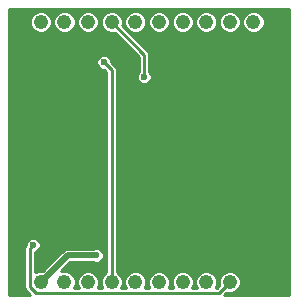
<source format=gbr>
G04 #@! TF.FileFunction,Copper,L2,Bot,Signal*
%FSLAX46Y46*%
G04 Gerber Fmt 4.6, Leading zero omitted, Abs format (unit mm)*
G04 Created by KiCad (PCBNEW (after 2015-may-25 BZR unknown)-product) date Thu 04 Jun 2015 12:18:02 PM PDT*
%MOMM*%
G01*
G04 APERTURE LIST*
%ADD10C,0.100000*%
%ADD11C,1.224000*%
%ADD12C,0.600000*%
%ADD13C,0.500000*%
%ADD14C,0.250000*%
G04 APERTURE END LIST*
D10*
D11*
X140609500Y-110453500D03*
X142609500Y-110453500D03*
X144609500Y-110453500D03*
X146609500Y-110453500D03*
X148609500Y-110453500D03*
X150609500Y-110453500D03*
X152609500Y-110453500D03*
X154609500Y-110453500D03*
X156609500Y-110453500D03*
X158609500Y-110453500D03*
X140609500Y-88453500D03*
X142609500Y-88453500D03*
X144609500Y-88453500D03*
X146609500Y-88453500D03*
X148609500Y-88453500D03*
X150609500Y-88453500D03*
X152609500Y-88453500D03*
X154609500Y-88453500D03*
X156609500Y-88453500D03*
X158609500Y-88453500D03*
D12*
X145542000Y-89154000D03*
X145288000Y-108204000D03*
X145944077Y-91853753D03*
X139954000Y-107315000D03*
X149352000Y-93091000D03*
D13*
X145542000Y-89154000D02*
X145542000Y-90391002D01*
X145542000Y-90391002D02*
X158609500Y-103458502D01*
X158609500Y-103458502D02*
X158609500Y-109588002D01*
X158609500Y-109588002D02*
X158609500Y-110453500D01*
X140609500Y-110453500D02*
X140625500Y-110453500D01*
X140625500Y-110453500D02*
X142875000Y-108204000D01*
X142875000Y-108204000D02*
X145288000Y-108204000D01*
D14*
X145944077Y-91853753D02*
X146609500Y-92519176D01*
X146609500Y-92519176D02*
X146609500Y-110453500D01*
X139954000Y-107315000D02*
X139654001Y-107614999D01*
X139654001Y-107614999D02*
X139654001Y-110884763D01*
X139654001Y-110884763D02*
X140159739Y-111390501D01*
X140159739Y-111390501D02*
X155672499Y-111390501D01*
X155672499Y-111390501D02*
X155997501Y-111065499D01*
X155997501Y-111065499D02*
X156609500Y-110453500D01*
X149352000Y-93091000D02*
X149352000Y-91196000D01*
X149352000Y-91196000D02*
X146609500Y-88453500D01*
G36*
X161625000Y-111582000D02*
X159546662Y-111582000D01*
X159546662Y-88267937D01*
X159404313Y-87923425D01*
X159140961Y-87659613D01*
X158796699Y-87516663D01*
X158423937Y-87516338D01*
X158079425Y-87658687D01*
X157815613Y-87922039D01*
X157672663Y-88266301D01*
X157672338Y-88639063D01*
X157814687Y-88983575D01*
X158078039Y-89247387D01*
X158422301Y-89390337D01*
X158795063Y-89390662D01*
X159139575Y-89248313D01*
X159403387Y-88984961D01*
X159546337Y-88640699D01*
X159546662Y-88267937D01*
X159546662Y-111582000D01*
X156117396Y-111582000D01*
X156315699Y-111383697D01*
X156342284Y-111357111D01*
X156422301Y-111390337D01*
X156795063Y-111390662D01*
X157139575Y-111248313D01*
X157403387Y-110984961D01*
X157546337Y-110640699D01*
X157546662Y-110267937D01*
X157546662Y-88267937D01*
X157404313Y-87923425D01*
X157140961Y-87659613D01*
X156796699Y-87516663D01*
X156423937Y-87516338D01*
X156079425Y-87658687D01*
X155815613Y-87922039D01*
X155672663Y-88266301D01*
X155672338Y-88639063D01*
X155814687Y-88983575D01*
X156078039Y-89247387D01*
X156422301Y-89390337D01*
X156795063Y-89390662D01*
X157139575Y-89248313D01*
X157403387Y-88984961D01*
X157546337Y-88640699D01*
X157546662Y-88267937D01*
X157546662Y-110267937D01*
X157404313Y-109923425D01*
X157140961Y-109659613D01*
X156796699Y-109516663D01*
X156423937Y-109516338D01*
X156079425Y-109658687D01*
X155815613Y-109922039D01*
X155672663Y-110266301D01*
X155672338Y-110639063D01*
X155706021Y-110720582D01*
X155679303Y-110747301D01*
X155486102Y-110940501D01*
X155421848Y-110940501D01*
X155546337Y-110640699D01*
X155546662Y-110267937D01*
X155546662Y-88267937D01*
X155404313Y-87923425D01*
X155140961Y-87659613D01*
X154796699Y-87516663D01*
X154423937Y-87516338D01*
X154079425Y-87658687D01*
X153815613Y-87922039D01*
X153672663Y-88266301D01*
X153672338Y-88639063D01*
X153814687Y-88983575D01*
X154078039Y-89247387D01*
X154422301Y-89390337D01*
X154795063Y-89390662D01*
X155139575Y-89248313D01*
X155403387Y-88984961D01*
X155546337Y-88640699D01*
X155546662Y-88267937D01*
X155546662Y-110267937D01*
X155404313Y-109923425D01*
X155140961Y-109659613D01*
X154796699Y-109516663D01*
X154423937Y-109516338D01*
X154079425Y-109658687D01*
X153815613Y-109922039D01*
X153672663Y-110266301D01*
X153672338Y-110639063D01*
X153796889Y-110940501D01*
X153421848Y-110940501D01*
X153546337Y-110640699D01*
X153546662Y-110267937D01*
X153546662Y-88267937D01*
X153404313Y-87923425D01*
X153140961Y-87659613D01*
X152796699Y-87516663D01*
X152423937Y-87516338D01*
X152079425Y-87658687D01*
X151815613Y-87922039D01*
X151672663Y-88266301D01*
X151672338Y-88639063D01*
X151814687Y-88983575D01*
X152078039Y-89247387D01*
X152422301Y-89390337D01*
X152795063Y-89390662D01*
X153139575Y-89248313D01*
X153403387Y-88984961D01*
X153546337Y-88640699D01*
X153546662Y-88267937D01*
X153546662Y-110267937D01*
X153404313Y-109923425D01*
X153140961Y-109659613D01*
X152796699Y-109516663D01*
X152423937Y-109516338D01*
X152079425Y-109658687D01*
X151815613Y-109922039D01*
X151672663Y-110266301D01*
X151672338Y-110639063D01*
X151796889Y-110940501D01*
X151421848Y-110940501D01*
X151546337Y-110640699D01*
X151546662Y-110267937D01*
X151546662Y-88267937D01*
X151404313Y-87923425D01*
X151140961Y-87659613D01*
X150796699Y-87516663D01*
X150423937Y-87516338D01*
X150079425Y-87658687D01*
X149815613Y-87922039D01*
X149672663Y-88266301D01*
X149672338Y-88639063D01*
X149814687Y-88983575D01*
X150078039Y-89247387D01*
X150422301Y-89390337D01*
X150795063Y-89390662D01*
X151139575Y-89248313D01*
X151403387Y-88984961D01*
X151546337Y-88640699D01*
X151546662Y-88267937D01*
X151546662Y-110267937D01*
X151404313Y-109923425D01*
X151140961Y-109659613D01*
X150796699Y-109516663D01*
X150423937Y-109516338D01*
X150079425Y-109658687D01*
X149977108Y-109760825D01*
X149977108Y-92967225D01*
X149882158Y-92737429D01*
X149802000Y-92657130D01*
X149802000Y-91196000D01*
X149767746Y-91023793D01*
X149767746Y-91023792D01*
X149670198Y-90877802D01*
X149546662Y-90754266D01*
X149546662Y-88267937D01*
X149404313Y-87923425D01*
X149140961Y-87659613D01*
X148796699Y-87516663D01*
X148423937Y-87516338D01*
X148079425Y-87658687D01*
X147815613Y-87922039D01*
X147672663Y-88266301D01*
X147672338Y-88639063D01*
X147814687Y-88983575D01*
X148078039Y-89247387D01*
X148422301Y-89390337D01*
X148795063Y-89390662D01*
X149139575Y-89248313D01*
X149403387Y-88984961D01*
X149546337Y-88640699D01*
X149546662Y-88267937D01*
X149546662Y-90754266D01*
X147513111Y-88720715D01*
X147546337Y-88640699D01*
X147546662Y-88267937D01*
X147404313Y-87923425D01*
X147140961Y-87659613D01*
X146796699Y-87516663D01*
X146423937Y-87516338D01*
X146079425Y-87658687D01*
X145815613Y-87922039D01*
X145672663Y-88266301D01*
X145672338Y-88639063D01*
X145814687Y-88983575D01*
X146078039Y-89247387D01*
X146422301Y-89390337D01*
X146795063Y-89390662D01*
X146876582Y-89356978D01*
X148902000Y-91382396D01*
X148902000Y-92657102D01*
X148822460Y-92736504D01*
X148727109Y-92966134D01*
X148726892Y-93214775D01*
X148821842Y-93444571D01*
X148997504Y-93620540D01*
X149227134Y-93715891D01*
X149475775Y-93716108D01*
X149705571Y-93621158D01*
X149881540Y-93445496D01*
X149976891Y-93215866D01*
X149977108Y-92967225D01*
X149977108Y-109760825D01*
X149815613Y-109922039D01*
X149672663Y-110266301D01*
X149672338Y-110639063D01*
X149796889Y-110940501D01*
X149421848Y-110940501D01*
X149546337Y-110640699D01*
X149546662Y-110267937D01*
X149404313Y-109923425D01*
X149140961Y-109659613D01*
X148796699Y-109516663D01*
X148423937Y-109516338D01*
X148079425Y-109658687D01*
X147815613Y-109922039D01*
X147672663Y-110266301D01*
X147672338Y-110639063D01*
X147796889Y-110940501D01*
X147421848Y-110940501D01*
X147546337Y-110640699D01*
X147546662Y-110267937D01*
X147404313Y-109923425D01*
X147140961Y-109659613D01*
X147059500Y-109625787D01*
X147059500Y-92519176D01*
X147025246Y-92346968D01*
X146927698Y-92200978D01*
X146569086Y-91842366D01*
X146569185Y-91729978D01*
X146474235Y-91500182D01*
X146298573Y-91324213D01*
X146068943Y-91228862D01*
X145820302Y-91228645D01*
X145590506Y-91323595D01*
X145546662Y-91367362D01*
X145546662Y-88267937D01*
X145404313Y-87923425D01*
X145140961Y-87659613D01*
X144796699Y-87516663D01*
X144423937Y-87516338D01*
X144079425Y-87658687D01*
X143815613Y-87922039D01*
X143672663Y-88266301D01*
X143672338Y-88639063D01*
X143814687Y-88983575D01*
X144078039Y-89247387D01*
X144422301Y-89390337D01*
X144795063Y-89390662D01*
X145139575Y-89248313D01*
X145403387Y-88984961D01*
X145546337Y-88640699D01*
X145546662Y-88267937D01*
X145546662Y-91367362D01*
X145414537Y-91499257D01*
X145319186Y-91728887D01*
X145318969Y-91977528D01*
X145413919Y-92207324D01*
X145589581Y-92383293D01*
X145819211Y-92478644D01*
X145932671Y-92478743D01*
X146159500Y-92705572D01*
X146159500Y-109625600D01*
X146079425Y-109658687D01*
X145815613Y-109922039D01*
X145672663Y-110266301D01*
X145672338Y-110639063D01*
X145796889Y-110940501D01*
X145421848Y-110940501D01*
X145546337Y-110640699D01*
X145546662Y-110267937D01*
X145404313Y-109923425D01*
X145140961Y-109659613D01*
X144796699Y-109516663D01*
X144423937Y-109516338D01*
X144079425Y-109658687D01*
X143815613Y-109922039D01*
X143672663Y-110266301D01*
X143672338Y-110639063D01*
X143796889Y-110940501D01*
X143421848Y-110940501D01*
X143546337Y-110640699D01*
X143546662Y-110267937D01*
X143404313Y-109923425D01*
X143140961Y-109659613D01*
X142796699Y-109516663D01*
X142423937Y-109516338D01*
X142341964Y-109550208D01*
X143113172Y-108779000D01*
X145042983Y-108779000D01*
X145163134Y-108828891D01*
X145411775Y-108829108D01*
X145641571Y-108734158D01*
X145817540Y-108558496D01*
X145912891Y-108328866D01*
X145913108Y-108080225D01*
X145818158Y-107850429D01*
X145642496Y-107674460D01*
X145412866Y-107579109D01*
X145164225Y-107578892D01*
X145042954Y-107629000D01*
X143546662Y-107629000D01*
X143546662Y-88267937D01*
X143404313Y-87923425D01*
X143140961Y-87659613D01*
X142796699Y-87516663D01*
X142423937Y-87516338D01*
X142079425Y-87658687D01*
X141815613Y-87922039D01*
X141672663Y-88266301D01*
X141672338Y-88639063D01*
X141814687Y-88983575D01*
X142078039Y-89247387D01*
X142422301Y-89390337D01*
X142795063Y-89390662D01*
X143139575Y-89248313D01*
X143403387Y-88984961D01*
X143546337Y-88640699D01*
X143546662Y-88267937D01*
X143546662Y-107629000D01*
X142875000Y-107629000D01*
X142654957Y-107672769D01*
X142468413Y-107797414D01*
X141546662Y-108719165D01*
X141546662Y-88267937D01*
X141404313Y-87923425D01*
X141140961Y-87659613D01*
X140796699Y-87516663D01*
X140423937Y-87516338D01*
X140079425Y-87658687D01*
X139815613Y-87922039D01*
X139672663Y-88266301D01*
X139672338Y-88639063D01*
X139814687Y-88983575D01*
X140078039Y-89247387D01*
X140422301Y-89390337D01*
X140795063Y-89390662D01*
X141139575Y-89248313D01*
X141403387Y-88984961D01*
X141546337Y-88640699D01*
X141546662Y-88267937D01*
X141546662Y-108719165D01*
X140749206Y-109516621D01*
X140423937Y-109516338D01*
X140104001Y-109648532D01*
X140104001Y-107929271D01*
X140307571Y-107845158D01*
X140483540Y-107669496D01*
X140578891Y-107439866D01*
X140579108Y-107191225D01*
X140484158Y-106961429D01*
X140308496Y-106785460D01*
X140078866Y-106690109D01*
X139830225Y-106689892D01*
X139600429Y-106784842D01*
X139424460Y-106960504D01*
X139329109Y-107190134D01*
X139329007Y-107306971D01*
X139238255Y-107442791D01*
X139204001Y-107614999D01*
X139204001Y-110884763D01*
X139238255Y-111056971D01*
X139335803Y-111202961D01*
X139714842Y-111582000D01*
X137875000Y-111582000D01*
X137875000Y-87332000D01*
X161625000Y-87332000D01*
X161625000Y-111582000D01*
X161625000Y-111582000D01*
G37*
X161625000Y-111582000D02*
X159546662Y-111582000D01*
X159546662Y-88267937D01*
X159404313Y-87923425D01*
X159140961Y-87659613D01*
X158796699Y-87516663D01*
X158423937Y-87516338D01*
X158079425Y-87658687D01*
X157815613Y-87922039D01*
X157672663Y-88266301D01*
X157672338Y-88639063D01*
X157814687Y-88983575D01*
X158078039Y-89247387D01*
X158422301Y-89390337D01*
X158795063Y-89390662D01*
X159139575Y-89248313D01*
X159403387Y-88984961D01*
X159546337Y-88640699D01*
X159546662Y-88267937D01*
X159546662Y-111582000D01*
X156117396Y-111582000D01*
X156315699Y-111383697D01*
X156342284Y-111357111D01*
X156422301Y-111390337D01*
X156795063Y-111390662D01*
X157139575Y-111248313D01*
X157403387Y-110984961D01*
X157546337Y-110640699D01*
X157546662Y-110267937D01*
X157546662Y-88267937D01*
X157404313Y-87923425D01*
X157140961Y-87659613D01*
X156796699Y-87516663D01*
X156423937Y-87516338D01*
X156079425Y-87658687D01*
X155815613Y-87922039D01*
X155672663Y-88266301D01*
X155672338Y-88639063D01*
X155814687Y-88983575D01*
X156078039Y-89247387D01*
X156422301Y-89390337D01*
X156795063Y-89390662D01*
X157139575Y-89248313D01*
X157403387Y-88984961D01*
X157546337Y-88640699D01*
X157546662Y-88267937D01*
X157546662Y-110267937D01*
X157404313Y-109923425D01*
X157140961Y-109659613D01*
X156796699Y-109516663D01*
X156423937Y-109516338D01*
X156079425Y-109658687D01*
X155815613Y-109922039D01*
X155672663Y-110266301D01*
X155672338Y-110639063D01*
X155706021Y-110720582D01*
X155679303Y-110747301D01*
X155486102Y-110940501D01*
X155421848Y-110940501D01*
X155546337Y-110640699D01*
X155546662Y-110267937D01*
X155546662Y-88267937D01*
X155404313Y-87923425D01*
X155140961Y-87659613D01*
X154796699Y-87516663D01*
X154423937Y-87516338D01*
X154079425Y-87658687D01*
X153815613Y-87922039D01*
X153672663Y-88266301D01*
X153672338Y-88639063D01*
X153814687Y-88983575D01*
X154078039Y-89247387D01*
X154422301Y-89390337D01*
X154795063Y-89390662D01*
X155139575Y-89248313D01*
X155403387Y-88984961D01*
X155546337Y-88640699D01*
X155546662Y-88267937D01*
X155546662Y-110267937D01*
X155404313Y-109923425D01*
X155140961Y-109659613D01*
X154796699Y-109516663D01*
X154423937Y-109516338D01*
X154079425Y-109658687D01*
X153815613Y-109922039D01*
X153672663Y-110266301D01*
X153672338Y-110639063D01*
X153796889Y-110940501D01*
X153421848Y-110940501D01*
X153546337Y-110640699D01*
X153546662Y-110267937D01*
X153546662Y-88267937D01*
X153404313Y-87923425D01*
X153140961Y-87659613D01*
X152796699Y-87516663D01*
X152423937Y-87516338D01*
X152079425Y-87658687D01*
X151815613Y-87922039D01*
X151672663Y-88266301D01*
X151672338Y-88639063D01*
X151814687Y-88983575D01*
X152078039Y-89247387D01*
X152422301Y-89390337D01*
X152795063Y-89390662D01*
X153139575Y-89248313D01*
X153403387Y-88984961D01*
X153546337Y-88640699D01*
X153546662Y-88267937D01*
X153546662Y-110267937D01*
X153404313Y-109923425D01*
X153140961Y-109659613D01*
X152796699Y-109516663D01*
X152423937Y-109516338D01*
X152079425Y-109658687D01*
X151815613Y-109922039D01*
X151672663Y-110266301D01*
X151672338Y-110639063D01*
X151796889Y-110940501D01*
X151421848Y-110940501D01*
X151546337Y-110640699D01*
X151546662Y-110267937D01*
X151546662Y-88267937D01*
X151404313Y-87923425D01*
X151140961Y-87659613D01*
X150796699Y-87516663D01*
X150423937Y-87516338D01*
X150079425Y-87658687D01*
X149815613Y-87922039D01*
X149672663Y-88266301D01*
X149672338Y-88639063D01*
X149814687Y-88983575D01*
X150078039Y-89247387D01*
X150422301Y-89390337D01*
X150795063Y-89390662D01*
X151139575Y-89248313D01*
X151403387Y-88984961D01*
X151546337Y-88640699D01*
X151546662Y-88267937D01*
X151546662Y-110267937D01*
X151404313Y-109923425D01*
X151140961Y-109659613D01*
X150796699Y-109516663D01*
X150423937Y-109516338D01*
X150079425Y-109658687D01*
X149977108Y-109760825D01*
X149977108Y-92967225D01*
X149882158Y-92737429D01*
X149802000Y-92657130D01*
X149802000Y-91196000D01*
X149767746Y-91023793D01*
X149767746Y-91023792D01*
X149670198Y-90877802D01*
X149546662Y-90754266D01*
X149546662Y-88267937D01*
X149404313Y-87923425D01*
X149140961Y-87659613D01*
X148796699Y-87516663D01*
X148423937Y-87516338D01*
X148079425Y-87658687D01*
X147815613Y-87922039D01*
X147672663Y-88266301D01*
X147672338Y-88639063D01*
X147814687Y-88983575D01*
X148078039Y-89247387D01*
X148422301Y-89390337D01*
X148795063Y-89390662D01*
X149139575Y-89248313D01*
X149403387Y-88984961D01*
X149546337Y-88640699D01*
X149546662Y-88267937D01*
X149546662Y-90754266D01*
X147513111Y-88720715D01*
X147546337Y-88640699D01*
X147546662Y-88267937D01*
X147404313Y-87923425D01*
X147140961Y-87659613D01*
X146796699Y-87516663D01*
X146423937Y-87516338D01*
X146079425Y-87658687D01*
X145815613Y-87922039D01*
X145672663Y-88266301D01*
X145672338Y-88639063D01*
X145814687Y-88983575D01*
X146078039Y-89247387D01*
X146422301Y-89390337D01*
X146795063Y-89390662D01*
X146876582Y-89356978D01*
X148902000Y-91382396D01*
X148902000Y-92657102D01*
X148822460Y-92736504D01*
X148727109Y-92966134D01*
X148726892Y-93214775D01*
X148821842Y-93444571D01*
X148997504Y-93620540D01*
X149227134Y-93715891D01*
X149475775Y-93716108D01*
X149705571Y-93621158D01*
X149881540Y-93445496D01*
X149976891Y-93215866D01*
X149977108Y-92967225D01*
X149977108Y-109760825D01*
X149815613Y-109922039D01*
X149672663Y-110266301D01*
X149672338Y-110639063D01*
X149796889Y-110940501D01*
X149421848Y-110940501D01*
X149546337Y-110640699D01*
X149546662Y-110267937D01*
X149404313Y-109923425D01*
X149140961Y-109659613D01*
X148796699Y-109516663D01*
X148423937Y-109516338D01*
X148079425Y-109658687D01*
X147815613Y-109922039D01*
X147672663Y-110266301D01*
X147672338Y-110639063D01*
X147796889Y-110940501D01*
X147421848Y-110940501D01*
X147546337Y-110640699D01*
X147546662Y-110267937D01*
X147404313Y-109923425D01*
X147140961Y-109659613D01*
X147059500Y-109625787D01*
X147059500Y-92519176D01*
X147025246Y-92346968D01*
X146927698Y-92200978D01*
X146569086Y-91842366D01*
X146569185Y-91729978D01*
X146474235Y-91500182D01*
X146298573Y-91324213D01*
X146068943Y-91228862D01*
X145820302Y-91228645D01*
X145590506Y-91323595D01*
X145546662Y-91367362D01*
X145546662Y-88267937D01*
X145404313Y-87923425D01*
X145140961Y-87659613D01*
X144796699Y-87516663D01*
X144423937Y-87516338D01*
X144079425Y-87658687D01*
X143815613Y-87922039D01*
X143672663Y-88266301D01*
X143672338Y-88639063D01*
X143814687Y-88983575D01*
X144078039Y-89247387D01*
X144422301Y-89390337D01*
X144795063Y-89390662D01*
X145139575Y-89248313D01*
X145403387Y-88984961D01*
X145546337Y-88640699D01*
X145546662Y-88267937D01*
X145546662Y-91367362D01*
X145414537Y-91499257D01*
X145319186Y-91728887D01*
X145318969Y-91977528D01*
X145413919Y-92207324D01*
X145589581Y-92383293D01*
X145819211Y-92478644D01*
X145932671Y-92478743D01*
X146159500Y-92705572D01*
X146159500Y-109625600D01*
X146079425Y-109658687D01*
X145815613Y-109922039D01*
X145672663Y-110266301D01*
X145672338Y-110639063D01*
X145796889Y-110940501D01*
X145421848Y-110940501D01*
X145546337Y-110640699D01*
X145546662Y-110267937D01*
X145404313Y-109923425D01*
X145140961Y-109659613D01*
X144796699Y-109516663D01*
X144423937Y-109516338D01*
X144079425Y-109658687D01*
X143815613Y-109922039D01*
X143672663Y-110266301D01*
X143672338Y-110639063D01*
X143796889Y-110940501D01*
X143421848Y-110940501D01*
X143546337Y-110640699D01*
X143546662Y-110267937D01*
X143404313Y-109923425D01*
X143140961Y-109659613D01*
X142796699Y-109516663D01*
X142423937Y-109516338D01*
X142341964Y-109550208D01*
X143113172Y-108779000D01*
X145042983Y-108779000D01*
X145163134Y-108828891D01*
X145411775Y-108829108D01*
X145641571Y-108734158D01*
X145817540Y-108558496D01*
X145912891Y-108328866D01*
X145913108Y-108080225D01*
X145818158Y-107850429D01*
X145642496Y-107674460D01*
X145412866Y-107579109D01*
X145164225Y-107578892D01*
X145042954Y-107629000D01*
X143546662Y-107629000D01*
X143546662Y-88267937D01*
X143404313Y-87923425D01*
X143140961Y-87659613D01*
X142796699Y-87516663D01*
X142423937Y-87516338D01*
X142079425Y-87658687D01*
X141815613Y-87922039D01*
X141672663Y-88266301D01*
X141672338Y-88639063D01*
X141814687Y-88983575D01*
X142078039Y-89247387D01*
X142422301Y-89390337D01*
X142795063Y-89390662D01*
X143139575Y-89248313D01*
X143403387Y-88984961D01*
X143546337Y-88640699D01*
X143546662Y-88267937D01*
X143546662Y-107629000D01*
X142875000Y-107629000D01*
X142654957Y-107672769D01*
X142468413Y-107797414D01*
X141546662Y-108719165D01*
X141546662Y-88267937D01*
X141404313Y-87923425D01*
X141140961Y-87659613D01*
X140796699Y-87516663D01*
X140423937Y-87516338D01*
X140079425Y-87658687D01*
X139815613Y-87922039D01*
X139672663Y-88266301D01*
X139672338Y-88639063D01*
X139814687Y-88983575D01*
X140078039Y-89247387D01*
X140422301Y-89390337D01*
X140795063Y-89390662D01*
X141139575Y-89248313D01*
X141403387Y-88984961D01*
X141546337Y-88640699D01*
X141546662Y-88267937D01*
X141546662Y-108719165D01*
X140749206Y-109516621D01*
X140423937Y-109516338D01*
X140104001Y-109648532D01*
X140104001Y-107929271D01*
X140307571Y-107845158D01*
X140483540Y-107669496D01*
X140578891Y-107439866D01*
X140579108Y-107191225D01*
X140484158Y-106961429D01*
X140308496Y-106785460D01*
X140078866Y-106690109D01*
X139830225Y-106689892D01*
X139600429Y-106784842D01*
X139424460Y-106960504D01*
X139329109Y-107190134D01*
X139329007Y-107306971D01*
X139238255Y-107442791D01*
X139204001Y-107614999D01*
X139204001Y-110884763D01*
X139238255Y-111056971D01*
X139335803Y-111202961D01*
X139714842Y-111582000D01*
X137875000Y-111582000D01*
X137875000Y-87332000D01*
X161625000Y-87332000D01*
X161625000Y-111582000D01*
M02*

</source>
